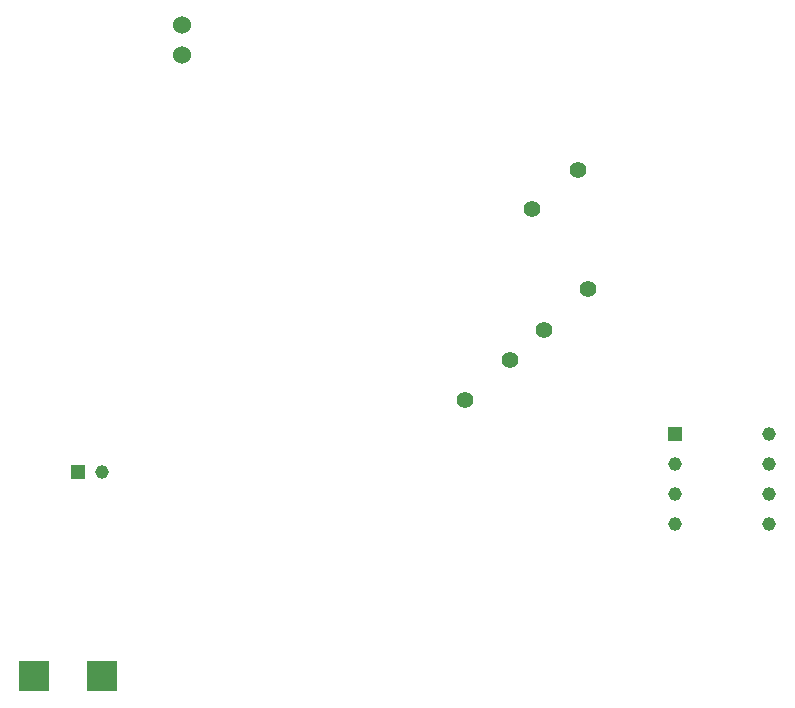
<source format=gbr>
%TF.GenerationSoftware,KiCad,Pcbnew,(6.0.1)*%
%TF.CreationDate,2022-02-21T20:44:30-05:00*%
%TF.ProjectId,cc-online-2,63632d6f-6e6c-4696-9e65-2d322e6b6963,rev?*%
%TF.SameCoordinates,Original*%
%TF.FileFunction,Soldermask,Bot*%
%TF.FilePolarity,Negative*%
%FSLAX46Y46*%
G04 Gerber Fmt 4.6, Leading zero omitted, Abs format (unit mm)*
G04 Created by KiCad (PCBNEW (6.0.1)) date 2022-02-21 20:44:30*
%MOMM*%
%LPD*%
G01*
G04 APERTURE LIST*
G04 Aperture macros list*
%AMHorizOval*
0 Thick line with rounded ends*
0 $1 width*
0 $2 $3 position (X,Y) of the first rounded end (center of the circle)*
0 $4 $5 position (X,Y) of the second rounded end (center of the circle)*
0 Add line between two ends*
20,1,$1,$2,$3,$4,$5,0*
0 Add two circle primitives to create the rounded ends*
1,1,$1,$2,$3*
1,1,$1,$4,$5*%
G04 Aperture macros list end*
%ADD10R,1.158000X1.158000*%
%ADD11C,1.158000*%
%ADD12C,1.524000*%
%ADD13R,2.500000X2.500000*%
%ADD14R,1.150000X1.150000*%
%ADD15C,1.150000*%
%ADD16C,1.400000*%
%ADD17HorizOval,1.400000X0.000000X0.000000X0.000000X0.000000X0*%
%ADD18HorizOval,1.400000X0.000000X0.000000X0.000000X0.000000X0*%
%ADD19HorizOval,1.400000X0.000000X0.000000X0.000000X0.000000X0*%
G04 APERTURE END LIST*
D10*
%TO.C,ICM7555*%
X130452000Y-112720000D03*
D11*
X130452000Y-115260000D03*
X130452000Y-117800000D03*
X130452000Y-120340000D03*
X138388000Y-120340000D03*
X138388000Y-117800000D03*
X138388000Y-115260000D03*
X138388000Y-112720000D03*
%TD*%
D12*
%TO.C,- +*%
X88710000Y-80660000D03*
X88710000Y-78120000D03*
%TD*%
D13*
%TO.C,-*%
X81910000Y-133250000D03*
%TD*%
%TO.C,+*%
X76120000Y-133250000D03*
%TD*%
D14*
%TO.C,120uF*%
X79870000Y-115980000D03*
D15*
X81870000Y-115980000D03*
%TD*%
D16*
%TO.C,10K\u03A9*%
X119300000Y-103930000D03*
D17*
X123015277Y-100465448D03*
%TD*%
D16*
%TO.C,220\u03A9*%
X118324247Y-93662681D03*
D18*
X122215753Y-90397320D03*
%TD*%
D19*
%TO.C,220\u03A9*%
X116430000Y-106490000D03*
D16*
X112654824Y-109889183D03*
%TD*%
M02*

</source>
